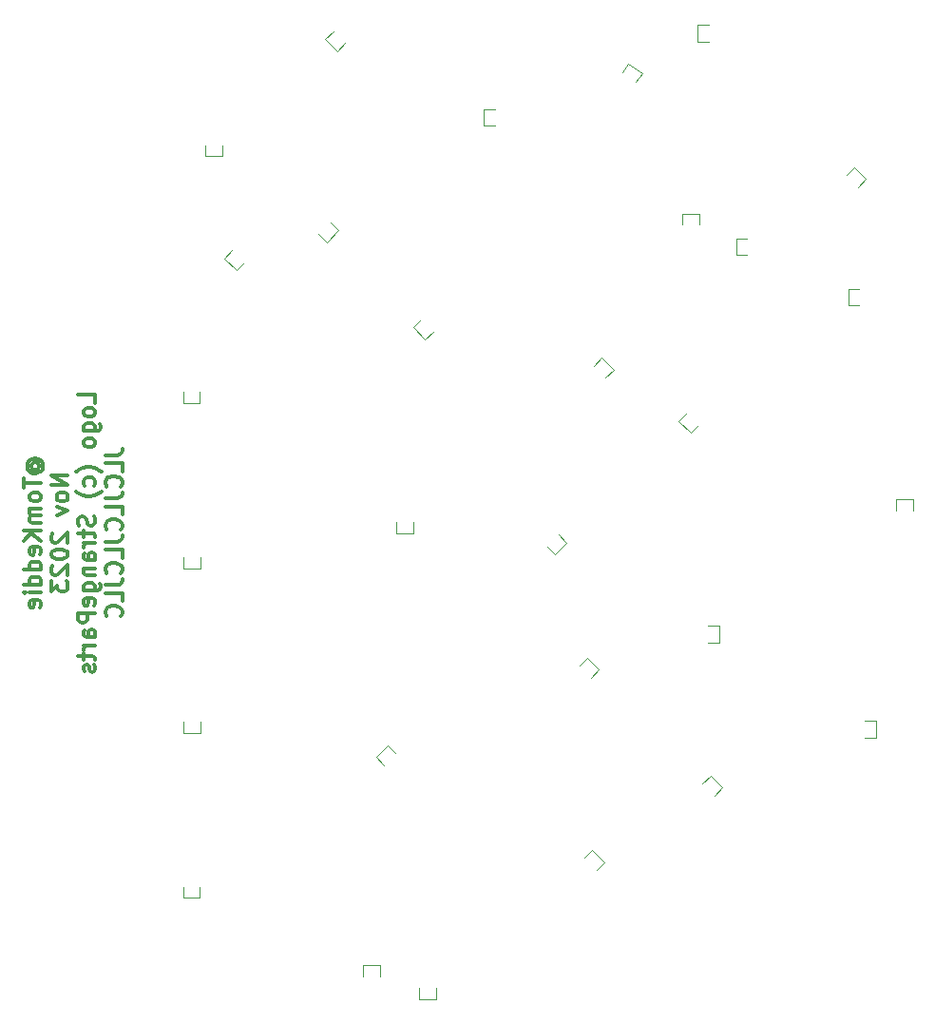
<source format=gbo>
G04 #@! TF.GenerationSoftware,KiCad,Pcbnew,7.0.9-unknown-1000.20231106gitacd7d5a.fc37*
G04 #@! TF.CreationDate,2023-11-18T18:08:37-08:00*
G04 #@! TF.ProjectId,strange-parts-sao,73747261-6e67-4652-9d70-617274732d73,rev?*
G04 #@! TF.SameCoordinates,Original*
G04 #@! TF.FileFunction,Legend,Bot*
G04 #@! TF.FilePolarity,Positive*
%FSLAX46Y46*%
G04 Gerber Fmt 4.6, Leading zero omitted, Abs format (unit mm)*
G04 Created by KiCad (PCBNEW 7.0.9-unknown-1000.20231106gitacd7d5a.fc37) date 2023-11-18 18:08:37*
%MOMM*%
%LPD*%
G01*
G04 APERTURE LIST*
%ADD10C,0.300000*%
%ADD11C,0.100000*%
G04 APERTURE END LIST*
D10*
X55841542Y-94321429D02*
X55770114Y-94250000D01*
X55770114Y-94250000D02*
X55698685Y-94107143D01*
X55698685Y-94107143D02*
X55698685Y-93964286D01*
X55698685Y-93964286D02*
X55770114Y-93821429D01*
X55770114Y-93821429D02*
X55841542Y-93750000D01*
X55841542Y-93750000D02*
X55984400Y-93678572D01*
X55984400Y-93678572D02*
X56127257Y-93678572D01*
X56127257Y-93678572D02*
X56270114Y-93750000D01*
X56270114Y-93750000D02*
X56341542Y-93821429D01*
X56341542Y-93821429D02*
X56412971Y-93964286D01*
X56412971Y-93964286D02*
X56412971Y-94107143D01*
X56412971Y-94107143D02*
X56341542Y-94250000D01*
X56341542Y-94250000D02*
X56270114Y-94321429D01*
X55698685Y-94321429D02*
X56270114Y-94321429D01*
X56270114Y-94321429D02*
X56341542Y-94392857D01*
X56341542Y-94392857D02*
X56341542Y-94464286D01*
X56341542Y-94464286D02*
X56270114Y-94607143D01*
X56270114Y-94607143D02*
X56127257Y-94678572D01*
X56127257Y-94678572D02*
X55770114Y-94678572D01*
X55770114Y-94678572D02*
X55555828Y-94535715D01*
X55555828Y-94535715D02*
X55412971Y-94321429D01*
X55412971Y-94321429D02*
X55341542Y-94035715D01*
X55341542Y-94035715D02*
X55412971Y-93750000D01*
X55412971Y-93750000D02*
X55555828Y-93535715D01*
X55555828Y-93535715D02*
X55770114Y-93392857D01*
X55770114Y-93392857D02*
X56055828Y-93321429D01*
X56055828Y-93321429D02*
X56341542Y-93392857D01*
X56341542Y-93392857D02*
X56555828Y-93535715D01*
X56555828Y-93535715D02*
X56698685Y-93750000D01*
X56698685Y-93750000D02*
X56770114Y-94035715D01*
X56770114Y-94035715D02*
X56698685Y-94321429D01*
X56698685Y-94321429D02*
X56555828Y-94535715D01*
X55055828Y-95107143D02*
X55055828Y-95964286D01*
X56555828Y-95535714D02*
X55055828Y-95535714D01*
X56555828Y-96678571D02*
X56484400Y-96535714D01*
X56484400Y-96535714D02*
X56412971Y-96464285D01*
X56412971Y-96464285D02*
X56270114Y-96392857D01*
X56270114Y-96392857D02*
X55841542Y-96392857D01*
X55841542Y-96392857D02*
X55698685Y-96464285D01*
X55698685Y-96464285D02*
X55627257Y-96535714D01*
X55627257Y-96535714D02*
X55555828Y-96678571D01*
X55555828Y-96678571D02*
X55555828Y-96892857D01*
X55555828Y-96892857D02*
X55627257Y-97035714D01*
X55627257Y-97035714D02*
X55698685Y-97107143D01*
X55698685Y-97107143D02*
X55841542Y-97178571D01*
X55841542Y-97178571D02*
X56270114Y-97178571D01*
X56270114Y-97178571D02*
X56412971Y-97107143D01*
X56412971Y-97107143D02*
X56484400Y-97035714D01*
X56484400Y-97035714D02*
X56555828Y-96892857D01*
X56555828Y-96892857D02*
X56555828Y-96678571D01*
X56555828Y-97821428D02*
X55555828Y-97821428D01*
X55698685Y-97821428D02*
X55627257Y-97892857D01*
X55627257Y-97892857D02*
X55555828Y-98035714D01*
X55555828Y-98035714D02*
X55555828Y-98250000D01*
X55555828Y-98250000D02*
X55627257Y-98392857D01*
X55627257Y-98392857D02*
X55770114Y-98464286D01*
X55770114Y-98464286D02*
X56555828Y-98464286D01*
X55770114Y-98464286D02*
X55627257Y-98535714D01*
X55627257Y-98535714D02*
X55555828Y-98678571D01*
X55555828Y-98678571D02*
X55555828Y-98892857D01*
X55555828Y-98892857D02*
X55627257Y-99035714D01*
X55627257Y-99035714D02*
X55770114Y-99107143D01*
X55770114Y-99107143D02*
X56555828Y-99107143D01*
X56555828Y-99821428D02*
X55055828Y-99821428D01*
X56555828Y-100678571D02*
X55698685Y-100035714D01*
X55055828Y-100678571D02*
X55912971Y-99821428D01*
X56484400Y-101892857D02*
X56555828Y-101750000D01*
X56555828Y-101750000D02*
X56555828Y-101464286D01*
X56555828Y-101464286D02*
X56484400Y-101321428D01*
X56484400Y-101321428D02*
X56341542Y-101250000D01*
X56341542Y-101250000D02*
X55770114Y-101250000D01*
X55770114Y-101250000D02*
X55627257Y-101321428D01*
X55627257Y-101321428D02*
X55555828Y-101464286D01*
X55555828Y-101464286D02*
X55555828Y-101750000D01*
X55555828Y-101750000D02*
X55627257Y-101892857D01*
X55627257Y-101892857D02*
X55770114Y-101964286D01*
X55770114Y-101964286D02*
X55912971Y-101964286D01*
X55912971Y-101964286D02*
X56055828Y-101250000D01*
X56555828Y-103250000D02*
X55055828Y-103250000D01*
X56484400Y-103250000D02*
X56555828Y-103107142D01*
X56555828Y-103107142D02*
X56555828Y-102821428D01*
X56555828Y-102821428D02*
X56484400Y-102678571D01*
X56484400Y-102678571D02*
X56412971Y-102607142D01*
X56412971Y-102607142D02*
X56270114Y-102535714D01*
X56270114Y-102535714D02*
X55841542Y-102535714D01*
X55841542Y-102535714D02*
X55698685Y-102607142D01*
X55698685Y-102607142D02*
X55627257Y-102678571D01*
X55627257Y-102678571D02*
X55555828Y-102821428D01*
X55555828Y-102821428D02*
X55555828Y-103107142D01*
X55555828Y-103107142D02*
X55627257Y-103250000D01*
X56555828Y-104607143D02*
X55055828Y-104607143D01*
X56484400Y-104607143D02*
X56555828Y-104464285D01*
X56555828Y-104464285D02*
X56555828Y-104178571D01*
X56555828Y-104178571D02*
X56484400Y-104035714D01*
X56484400Y-104035714D02*
X56412971Y-103964285D01*
X56412971Y-103964285D02*
X56270114Y-103892857D01*
X56270114Y-103892857D02*
X55841542Y-103892857D01*
X55841542Y-103892857D02*
X55698685Y-103964285D01*
X55698685Y-103964285D02*
X55627257Y-104035714D01*
X55627257Y-104035714D02*
X55555828Y-104178571D01*
X55555828Y-104178571D02*
X55555828Y-104464285D01*
X55555828Y-104464285D02*
X55627257Y-104607143D01*
X56555828Y-105321428D02*
X55555828Y-105321428D01*
X55055828Y-105321428D02*
X55127257Y-105250000D01*
X55127257Y-105250000D02*
X55198685Y-105321428D01*
X55198685Y-105321428D02*
X55127257Y-105392857D01*
X55127257Y-105392857D02*
X55055828Y-105321428D01*
X55055828Y-105321428D02*
X55198685Y-105321428D01*
X56484400Y-106607143D02*
X56555828Y-106464286D01*
X56555828Y-106464286D02*
X56555828Y-106178572D01*
X56555828Y-106178572D02*
X56484400Y-106035714D01*
X56484400Y-106035714D02*
X56341542Y-105964286D01*
X56341542Y-105964286D02*
X55770114Y-105964286D01*
X55770114Y-105964286D02*
X55627257Y-106035714D01*
X55627257Y-106035714D02*
X55555828Y-106178572D01*
X55555828Y-106178572D02*
X55555828Y-106464286D01*
X55555828Y-106464286D02*
X55627257Y-106607143D01*
X55627257Y-106607143D02*
X55770114Y-106678572D01*
X55770114Y-106678572D02*
X55912971Y-106678572D01*
X55912971Y-106678572D02*
X56055828Y-105964286D01*
X58970828Y-94892857D02*
X57470828Y-94892857D01*
X57470828Y-94892857D02*
X58970828Y-95750000D01*
X58970828Y-95750000D02*
X57470828Y-95750000D01*
X58970828Y-96678572D02*
X58899400Y-96535715D01*
X58899400Y-96535715D02*
X58827971Y-96464286D01*
X58827971Y-96464286D02*
X58685114Y-96392858D01*
X58685114Y-96392858D02*
X58256542Y-96392858D01*
X58256542Y-96392858D02*
X58113685Y-96464286D01*
X58113685Y-96464286D02*
X58042257Y-96535715D01*
X58042257Y-96535715D02*
X57970828Y-96678572D01*
X57970828Y-96678572D02*
X57970828Y-96892858D01*
X57970828Y-96892858D02*
X58042257Y-97035715D01*
X58042257Y-97035715D02*
X58113685Y-97107144D01*
X58113685Y-97107144D02*
X58256542Y-97178572D01*
X58256542Y-97178572D02*
X58685114Y-97178572D01*
X58685114Y-97178572D02*
X58827971Y-97107144D01*
X58827971Y-97107144D02*
X58899400Y-97035715D01*
X58899400Y-97035715D02*
X58970828Y-96892858D01*
X58970828Y-96892858D02*
X58970828Y-96678572D01*
X57970828Y-97678572D02*
X58970828Y-98035715D01*
X58970828Y-98035715D02*
X57970828Y-98392858D01*
X57613685Y-100035715D02*
X57542257Y-100107143D01*
X57542257Y-100107143D02*
X57470828Y-100250001D01*
X57470828Y-100250001D02*
X57470828Y-100607143D01*
X57470828Y-100607143D02*
X57542257Y-100750001D01*
X57542257Y-100750001D02*
X57613685Y-100821429D01*
X57613685Y-100821429D02*
X57756542Y-100892858D01*
X57756542Y-100892858D02*
X57899400Y-100892858D01*
X57899400Y-100892858D02*
X58113685Y-100821429D01*
X58113685Y-100821429D02*
X58970828Y-99964286D01*
X58970828Y-99964286D02*
X58970828Y-100892858D01*
X57470828Y-101821429D02*
X57470828Y-101964286D01*
X57470828Y-101964286D02*
X57542257Y-102107143D01*
X57542257Y-102107143D02*
X57613685Y-102178572D01*
X57613685Y-102178572D02*
X57756542Y-102250000D01*
X57756542Y-102250000D02*
X58042257Y-102321429D01*
X58042257Y-102321429D02*
X58399400Y-102321429D01*
X58399400Y-102321429D02*
X58685114Y-102250000D01*
X58685114Y-102250000D02*
X58827971Y-102178572D01*
X58827971Y-102178572D02*
X58899400Y-102107143D01*
X58899400Y-102107143D02*
X58970828Y-101964286D01*
X58970828Y-101964286D02*
X58970828Y-101821429D01*
X58970828Y-101821429D02*
X58899400Y-101678572D01*
X58899400Y-101678572D02*
X58827971Y-101607143D01*
X58827971Y-101607143D02*
X58685114Y-101535714D01*
X58685114Y-101535714D02*
X58399400Y-101464286D01*
X58399400Y-101464286D02*
X58042257Y-101464286D01*
X58042257Y-101464286D02*
X57756542Y-101535714D01*
X57756542Y-101535714D02*
X57613685Y-101607143D01*
X57613685Y-101607143D02*
X57542257Y-101678572D01*
X57542257Y-101678572D02*
X57470828Y-101821429D01*
X57613685Y-102892857D02*
X57542257Y-102964285D01*
X57542257Y-102964285D02*
X57470828Y-103107143D01*
X57470828Y-103107143D02*
X57470828Y-103464285D01*
X57470828Y-103464285D02*
X57542257Y-103607143D01*
X57542257Y-103607143D02*
X57613685Y-103678571D01*
X57613685Y-103678571D02*
X57756542Y-103750000D01*
X57756542Y-103750000D02*
X57899400Y-103750000D01*
X57899400Y-103750000D02*
X58113685Y-103678571D01*
X58113685Y-103678571D02*
X58970828Y-102821428D01*
X58970828Y-102821428D02*
X58970828Y-103750000D01*
X57470828Y-104249999D02*
X57470828Y-105178571D01*
X57470828Y-105178571D02*
X58042257Y-104678571D01*
X58042257Y-104678571D02*
X58042257Y-104892856D01*
X58042257Y-104892856D02*
X58113685Y-105035714D01*
X58113685Y-105035714D02*
X58185114Y-105107142D01*
X58185114Y-105107142D02*
X58327971Y-105178571D01*
X58327971Y-105178571D02*
X58685114Y-105178571D01*
X58685114Y-105178571D02*
X58827971Y-105107142D01*
X58827971Y-105107142D02*
X58899400Y-105035714D01*
X58899400Y-105035714D02*
X58970828Y-104892856D01*
X58970828Y-104892856D02*
X58970828Y-104464285D01*
X58970828Y-104464285D02*
X58899400Y-104321428D01*
X58899400Y-104321428D02*
X58827971Y-104249999D01*
X61385828Y-88428571D02*
X61385828Y-87714285D01*
X61385828Y-87714285D02*
X59885828Y-87714285D01*
X61385828Y-89142857D02*
X61314400Y-89000000D01*
X61314400Y-89000000D02*
X61242971Y-88928571D01*
X61242971Y-88928571D02*
X61100114Y-88857143D01*
X61100114Y-88857143D02*
X60671542Y-88857143D01*
X60671542Y-88857143D02*
X60528685Y-88928571D01*
X60528685Y-88928571D02*
X60457257Y-89000000D01*
X60457257Y-89000000D02*
X60385828Y-89142857D01*
X60385828Y-89142857D02*
X60385828Y-89357143D01*
X60385828Y-89357143D02*
X60457257Y-89500000D01*
X60457257Y-89500000D02*
X60528685Y-89571429D01*
X60528685Y-89571429D02*
X60671542Y-89642857D01*
X60671542Y-89642857D02*
X61100114Y-89642857D01*
X61100114Y-89642857D02*
X61242971Y-89571429D01*
X61242971Y-89571429D02*
X61314400Y-89500000D01*
X61314400Y-89500000D02*
X61385828Y-89357143D01*
X61385828Y-89357143D02*
X61385828Y-89142857D01*
X60385828Y-90928572D02*
X61600114Y-90928572D01*
X61600114Y-90928572D02*
X61742971Y-90857143D01*
X61742971Y-90857143D02*
X61814400Y-90785714D01*
X61814400Y-90785714D02*
X61885828Y-90642857D01*
X61885828Y-90642857D02*
X61885828Y-90428572D01*
X61885828Y-90428572D02*
X61814400Y-90285714D01*
X61314400Y-90928572D02*
X61385828Y-90785714D01*
X61385828Y-90785714D02*
X61385828Y-90500000D01*
X61385828Y-90500000D02*
X61314400Y-90357143D01*
X61314400Y-90357143D02*
X61242971Y-90285714D01*
X61242971Y-90285714D02*
X61100114Y-90214286D01*
X61100114Y-90214286D02*
X60671542Y-90214286D01*
X60671542Y-90214286D02*
X60528685Y-90285714D01*
X60528685Y-90285714D02*
X60457257Y-90357143D01*
X60457257Y-90357143D02*
X60385828Y-90500000D01*
X60385828Y-90500000D02*
X60385828Y-90785714D01*
X60385828Y-90785714D02*
X60457257Y-90928572D01*
X61385828Y-91857143D02*
X61314400Y-91714286D01*
X61314400Y-91714286D02*
X61242971Y-91642857D01*
X61242971Y-91642857D02*
X61100114Y-91571429D01*
X61100114Y-91571429D02*
X60671542Y-91571429D01*
X60671542Y-91571429D02*
X60528685Y-91642857D01*
X60528685Y-91642857D02*
X60457257Y-91714286D01*
X60457257Y-91714286D02*
X60385828Y-91857143D01*
X60385828Y-91857143D02*
X60385828Y-92071429D01*
X60385828Y-92071429D02*
X60457257Y-92214286D01*
X60457257Y-92214286D02*
X60528685Y-92285715D01*
X60528685Y-92285715D02*
X60671542Y-92357143D01*
X60671542Y-92357143D02*
X61100114Y-92357143D01*
X61100114Y-92357143D02*
X61242971Y-92285715D01*
X61242971Y-92285715D02*
X61314400Y-92214286D01*
X61314400Y-92214286D02*
X61385828Y-92071429D01*
X61385828Y-92071429D02*
X61385828Y-91857143D01*
X61957257Y-94571429D02*
X61885828Y-94500000D01*
X61885828Y-94500000D02*
X61671542Y-94357143D01*
X61671542Y-94357143D02*
X61528685Y-94285715D01*
X61528685Y-94285715D02*
X61314400Y-94214286D01*
X61314400Y-94214286D02*
X60957257Y-94142857D01*
X60957257Y-94142857D02*
X60671542Y-94142857D01*
X60671542Y-94142857D02*
X60314400Y-94214286D01*
X60314400Y-94214286D02*
X60100114Y-94285715D01*
X60100114Y-94285715D02*
X59957257Y-94357143D01*
X59957257Y-94357143D02*
X59742971Y-94500000D01*
X59742971Y-94500000D02*
X59671542Y-94571429D01*
X61314400Y-95785715D02*
X61385828Y-95642857D01*
X61385828Y-95642857D02*
X61385828Y-95357143D01*
X61385828Y-95357143D02*
X61314400Y-95214286D01*
X61314400Y-95214286D02*
X61242971Y-95142857D01*
X61242971Y-95142857D02*
X61100114Y-95071429D01*
X61100114Y-95071429D02*
X60671542Y-95071429D01*
X60671542Y-95071429D02*
X60528685Y-95142857D01*
X60528685Y-95142857D02*
X60457257Y-95214286D01*
X60457257Y-95214286D02*
X60385828Y-95357143D01*
X60385828Y-95357143D02*
X60385828Y-95642857D01*
X60385828Y-95642857D02*
X60457257Y-95785715D01*
X61957257Y-96285714D02*
X61885828Y-96357143D01*
X61885828Y-96357143D02*
X61671542Y-96500000D01*
X61671542Y-96500000D02*
X61528685Y-96571429D01*
X61528685Y-96571429D02*
X61314400Y-96642857D01*
X61314400Y-96642857D02*
X60957257Y-96714286D01*
X60957257Y-96714286D02*
X60671542Y-96714286D01*
X60671542Y-96714286D02*
X60314400Y-96642857D01*
X60314400Y-96642857D02*
X60100114Y-96571429D01*
X60100114Y-96571429D02*
X59957257Y-96500000D01*
X59957257Y-96500000D02*
X59742971Y-96357143D01*
X59742971Y-96357143D02*
X59671542Y-96285714D01*
X61314400Y-98500000D02*
X61385828Y-98714286D01*
X61385828Y-98714286D02*
X61385828Y-99071428D01*
X61385828Y-99071428D02*
X61314400Y-99214286D01*
X61314400Y-99214286D02*
X61242971Y-99285714D01*
X61242971Y-99285714D02*
X61100114Y-99357143D01*
X61100114Y-99357143D02*
X60957257Y-99357143D01*
X60957257Y-99357143D02*
X60814400Y-99285714D01*
X60814400Y-99285714D02*
X60742971Y-99214286D01*
X60742971Y-99214286D02*
X60671542Y-99071428D01*
X60671542Y-99071428D02*
X60600114Y-98785714D01*
X60600114Y-98785714D02*
X60528685Y-98642857D01*
X60528685Y-98642857D02*
X60457257Y-98571428D01*
X60457257Y-98571428D02*
X60314400Y-98500000D01*
X60314400Y-98500000D02*
X60171542Y-98500000D01*
X60171542Y-98500000D02*
X60028685Y-98571428D01*
X60028685Y-98571428D02*
X59957257Y-98642857D01*
X59957257Y-98642857D02*
X59885828Y-98785714D01*
X59885828Y-98785714D02*
X59885828Y-99142857D01*
X59885828Y-99142857D02*
X59957257Y-99357143D01*
X60385828Y-99785714D02*
X60385828Y-100357142D01*
X59885828Y-99999999D02*
X61171542Y-99999999D01*
X61171542Y-99999999D02*
X61314400Y-100071428D01*
X61314400Y-100071428D02*
X61385828Y-100214285D01*
X61385828Y-100214285D02*
X61385828Y-100357142D01*
X61385828Y-100857142D02*
X60385828Y-100857142D01*
X60671542Y-100857142D02*
X60528685Y-100928571D01*
X60528685Y-100928571D02*
X60457257Y-101000000D01*
X60457257Y-101000000D02*
X60385828Y-101142857D01*
X60385828Y-101142857D02*
X60385828Y-101285714D01*
X61385828Y-102428571D02*
X60600114Y-102428571D01*
X60600114Y-102428571D02*
X60457257Y-102357142D01*
X60457257Y-102357142D02*
X60385828Y-102214285D01*
X60385828Y-102214285D02*
X60385828Y-101928571D01*
X60385828Y-101928571D02*
X60457257Y-101785713D01*
X61314400Y-102428571D02*
X61385828Y-102285713D01*
X61385828Y-102285713D02*
X61385828Y-101928571D01*
X61385828Y-101928571D02*
X61314400Y-101785713D01*
X61314400Y-101785713D02*
X61171542Y-101714285D01*
X61171542Y-101714285D02*
X61028685Y-101714285D01*
X61028685Y-101714285D02*
X60885828Y-101785713D01*
X60885828Y-101785713D02*
X60814400Y-101928571D01*
X60814400Y-101928571D02*
X60814400Y-102285713D01*
X60814400Y-102285713D02*
X60742971Y-102428571D01*
X60385828Y-103142856D02*
X61385828Y-103142856D01*
X60528685Y-103142856D02*
X60457257Y-103214285D01*
X60457257Y-103214285D02*
X60385828Y-103357142D01*
X60385828Y-103357142D02*
X60385828Y-103571428D01*
X60385828Y-103571428D02*
X60457257Y-103714285D01*
X60457257Y-103714285D02*
X60600114Y-103785714D01*
X60600114Y-103785714D02*
X61385828Y-103785714D01*
X60385828Y-105142857D02*
X61600114Y-105142857D01*
X61600114Y-105142857D02*
X61742971Y-105071428D01*
X61742971Y-105071428D02*
X61814400Y-104999999D01*
X61814400Y-104999999D02*
X61885828Y-104857142D01*
X61885828Y-104857142D02*
X61885828Y-104642857D01*
X61885828Y-104642857D02*
X61814400Y-104499999D01*
X61314400Y-105142857D02*
X61385828Y-104999999D01*
X61385828Y-104999999D02*
X61385828Y-104714285D01*
X61385828Y-104714285D02*
X61314400Y-104571428D01*
X61314400Y-104571428D02*
X61242971Y-104499999D01*
X61242971Y-104499999D02*
X61100114Y-104428571D01*
X61100114Y-104428571D02*
X60671542Y-104428571D01*
X60671542Y-104428571D02*
X60528685Y-104499999D01*
X60528685Y-104499999D02*
X60457257Y-104571428D01*
X60457257Y-104571428D02*
X60385828Y-104714285D01*
X60385828Y-104714285D02*
X60385828Y-104999999D01*
X60385828Y-104999999D02*
X60457257Y-105142857D01*
X61314400Y-106428571D02*
X61385828Y-106285714D01*
X61385828Y-106285714D02*
X61385828Y-106000000D01*
X61385828Y-106000000D02*
X61314400Y-105857142D01*
X61314400Y-105857142D02*
X61171542Y-105785714D01*
X61171542Y-105785714D02*
X60600114Y-105785714D01*
X60600114Y-105785714D02*
X60457257Y-105857142D01*
X60457257Y-105857142D02*
X60385828Y-106000000D01*
X60385828Y-106000000D02*
X60385828Y-106285714D01*
X60385828Y-106285714D02*
X60457257Y-106428571D01*
X60457257Y-106428571D02*
X60600114Y-106500000D01*
X60600114Y-106500000D02*
X60742971Y-106500000D01*
X60742971Y-106500000D02*
X60885828Y-105785714D01*
X61385828Y-107142856D02*
X59885828Y-107142856D01*
X59885828Y-107142856D02*
X59885828Y-107714285D01*
X59885828Y-107714285D02*
X59957257Y-107857142D01*
X59957257Y-107857142D02*
X60028685Y-107928571D01*
X60028685Y-107928571D02*
X60171542Y-107999999D01*
X60171542Y-107999999D02*
X60385828Y-107999999D01*
X60385828Y-107999999D02*
X60528685Y-107928571D01*
X60528685Y-107928571D02*
X60600114Y-107857142D01*
X60600114Y-107857142D02*
X60671542Y-107714285D01*
X60671542Y-107714285D02*
X60671542Y-107142856D01*
X61385828Y-109285714D02*
X60600114Y-109285714D01*
X60600114Y-109285714D02*
X60457257Y-109214285D01*
X60457257Y-109214285D02*
X60385828Y-109071428D01*
X60385828Y-109071428D02*
X60385828Y-108785714D01*
X60385828Y-108785714D02*
X60457257Y-108642856D01*
X61314400Y-109285714D02*
X61385828Y-109142856D01*
X61385828Y-109142856D02*
X61385828Y-108785714D01*
X61385828Y-108785714D02*
X61314400Y-108642856D01*
X61314400Y-108642856D02*
X61171542Y-108571428D01*
X61171542Y-108571428D02*
X61028685Y-108571428D01*
X61028685Y-108571428D02*
X60885828Y-108642856D01*
X60885828Y-108642856D02*
X60814400Y-108785714D01*
X60814400Y-108785714D02*
X60814400Y-109142856D01*
X60814400Y-109142856D02*
X60742971Y-109285714D01*
X61385828Y-109999999D02*
X60385828Y-109999999D01*
X60671542Y-109999999D02*
X60528685Y-110071428D01*
X60528685Y-110071428D02*
X60457257Y-110142857D01*
X60457257Y-110142857D02*
X60385828Y-110285714D01*
X60385828Y-110285714D02*
X60385828Y-110428571D01*
X60385828Y-110714285D02*
X60385828Y-111285713D01*
X59885828Y-110928570D02*
X61171542Y-110928570D01*
X61171542Y-110928570D02*
X61314400Y-110999999D01*
X61314400Y-110999999D02*
X61385828Y-111142856D01*
X61385828Y-111142856D02*
X61385828Y-111285713D01*
X61314400Y-111714285D02*
X61385828Y-111857142D01*
X61385828Y-111857142D02*
X61385828Y-112142856D01*
X61385828Y-112142856D02*
X61314400Y-112285713D01*
X61314400Y-112285713D02*
X61171542Y-112357142D01*
X61171542Y-112357142D02*
X61100114Y-112357142D01*
X61100114Y-112357142D02*
X60957257Y-112285713D01*
X60957257Y-112285713D02*
X60885828Y-112142856D01*
X60885828Y-112142856D02*
X60885828Y-111928571D01*
X60885828Y-111928571D02*
X60814400Y-111785713D01*
X60814400Y-111785713D02*
X60671542Y-111714285D01*
X60671542Y-111714285D02*
X60600114Y-111714285D01*
X60600114Y-111714285D02*
X60457257Y-111785713D01*
X60457257Y-111785713D02*
X60385828Y-111928571D01*
X60385828Y-111928571D02*
X60385828Y-112142856D01*
X60385828Y-112142856D02*
X60457257Y-112285713D01*
X62300828Y-93071428D02*
X63372257Y-93071428D01*
X63372257Y-93071428D02*
X63586542Y-92999999D01*
X63586542Y-92999999D02*
X63729400Y-92857142D01*
X63729400Y-92857142D02*
X63800828Y-92642856D01*
X63800828Y-92642856D02*
X63800828Y-92499999D01*
X63800828Y-94499999D02*
X63800828Y-93785713D01*
X63800828Y-93785713D02*
X62300828Y-93785713D01*
X63657971Y-95857142D02*
X63729400Y-95785714D01*
X63729400Y-95785714D02*
X63800828Y-95571428D01*
X63800828Y-95571428D02*
X63800828Y-95428571D01*
X63800828Y-95428571D02*
X63729400Y-95214285D01*
X63729400Y-95214285D02*
X63586542Y-95071428D01*
X63586542Y-95071428D02*
X63443685Y-94999999D01*
X63443685Y-94999999D02*
X63157971Y-94928571D01*
X63157971Y-94928571D02*
X62943685Y-94928571D01*
X62943685Y-94928571D02*
X62657971Y-94999999D01*
X62657971Y-94999999D02*
X62515114Y-95071428D01*
X62515114Y-95071428D02*
X62372257Y-95214285D01*
X62372257Y-95214285D02*
X62300828Y-95428571D01*
X62300828Y-95428571D02*
X62300828Y-95571428D01*
X62300828Y-95571428D02*
X62372257Y-95785714D01*
X62372257Y-95785714D02*
X62443685Y-95857142D01*
X62300828Y-96928571D02*
X63372257Y-96928571D01*
X63372257Y-96928571D02*
X63586542Y-96857142D01*
X63586542Y-96857142D02*
X63729400Y-96714285D01*
X63729400Y-96714285D02*
X63800828Y-96499999D01*
X63800828Y-96499999D02*
X63800828Y-96357142D01*
X63800828Y-98357142D02*
X63800828Y-97642856D01*
X63800828Y-97642856D02*
X62300828Y-97642856D01*
X63657971Y-99714285D02*
X63729400Y-99642857D01*
X63729400Y-99642857D02*
X63800828Y-99428571D01*
X63800828Y-99428571D02*
X63800828Y-99285714D01*
X63800828Y-99285714D02*
X63729400Y-99071428D01*
X63729400Y-99071428D02*
X63586542Y-98928571D01*
X63586542Y-98928571D02*
X63443685Y-98857142D01*
X63443685Y-98857142D02*
X63157971Y-98785714D01*
X63157971Y-98785714D02*
X62943685Y-98785714D01*
X62943685Y-98785714D02*
X62657971Y-98857142D01*
X62657971Y-98857142D02*
X62515114Y-98928571D01*
X62515114Y-98928571D02*
X62372257Y-99071428D01*
X62372257Y-99071428D02*
X62300828Y-99285714D01*
X62300828Y-99285714D02*
X62300828Y-99428571D01*
X62300828Y-99428571D02*
X62372257Y-99642857D01*
X62372257Y-99642857D02*
X62443685Y-99714285D01*
X62300828Y-100785714D02*
X63372257Y-100785714D01*
X63372257Y-100785714D02*
X63586542Y-100714285D01*
X63586542Y-100714285D02*
X63729400Y-100571428D01*
X63729400Y-100571428D02*
X63800828Y-100357142D01*
X63800828Y-100357142D02*
X63800828Y-100214285D01*
X63800828Y-102214285D02*
X63800828Y-101499999D01*
X63800828Y-101499999D02*
X62300828Y-101499999D01*
X63657971Y-103571428D02*
X63729400Y-103500000D01*
X63729400Y-103500000D02*
X63800828Y-103285714D01*
X63800828Y-103285714D02*
X63800828Y-103142857D01*
X63800828Y-103142857D02*
X63729400Y-102928571D01*
X63729400Y-102928571D02*
X63586542Y-102785714D01*
X63586542Y-102785714D02*
X63443685Y-102714285D01*
X63443685Y-102714285D02*
X63157971Y-102642857D01*
X63157971Y-102642857D02*
X62943685Y-102642857D01*
X62943685Y-102642857D02*
X62657971Y-102714285D01*
X62657971Y-102714285D02*
X62515114Y-102785714D01*
X62515114Y-102785714D02*
X62372257Y-102928571D01*
X62372257Y-102928571D02*
X62300828Y-103142857D01*
X62300828Y-103142857D02*
X62300828Y-103285714D01*
X62300828Y-103285714D02*
X62372257Y-103500000D01*
X62372257Y-103500000D02*
X62443685Y-103571428D01*
X62300828Y-104642857D02*
X63372257Y-104642857D01*
X63372257Y-104642857D02*
X63586542Y-104571428D01*
X63586542Y-104571428D02*
X63729400Y-104428571D01*
X63729400Y-104428571D02*
X63800828Y-104214285D01*
X63800828Y-104214285D02*
X63800828Y-104071428D01*
X63800828Y-106071428D02*
X63800828Y-105357142D01*
X63800828Y-105357142D02*
X62300828Y-105357142D01*
X63657971Y-107428571D02*
X63729400Y-107357143D01*
X63729400Y-107357143D02*
X63800828Y-107142857D01*
X63800828Y-107142857D02*
X63800828Y-107000000D01*
X63800828Y-107000000D02*
X63729400Y-106785714D01*
X63729400Y-106785714D02*
X63586542Y-106642857D01*
X63586542Y-106642857D02*
X63443685Y-106571428D01*
X63443685Y-106571428D02*
X63157971Y-106500000D01*
X63157971Y-106500000D02*
X62943685Y-106500000D01*
X62943685Y-106500000D02*
X62657971Y-106571428D01*
X62657971Y-106571428D02*
X62515114Y-106642857D01*
X62515114Y-106642857D02*
X62372257Y-106785714D01*
X62372257Y-106785714D02*
X62300828Y-107000000D01*
X62300828Y-107000000D02*
X62300828Y-107142857D01*
X62300828Y-107142857D02*
X62372257Y-107357143D01*
X62372257Y-107357143D02*
X62443685Y-107428571D01*
D11*
G04 #@! TO.C,D10*
X134250000Y-98000000D02*
X134250000Y-97000000D01*
X134250000Y-97000000D02*
X132750000Y-97000000D01*
X132750000Y-97000000D02*
X132750000Y-98000000D01*
G04 #@! TO.C,D1*
X90250000Y-140500000D02*
X90250000Y-141500000D01*
X90250000Y-141500000D02*
X91750000Y-141500000D01*
X91750000Y-141500000D02*
X91750000Y-140500000D01*
G04 #@! TO.C,D12*
X88250000Y-99000000D02*
X88250000Y-100000000D01*
X88250000Y-100000000D02*
X89750000Y-100000000D01*
X89750000Y-100000000D02*
X89750000Y-99000000D01*
G04 #@! TO.C,D22*
X73616117Y-74823223D02*
X72909010Y-75530330D01*
X72909010Y-75530330D02*
X73969670Y-76590990D01*
X73969670Y-76590990D02*
X74676777Y-75883883D01*
G04 #@! TO.C,D17*
X109572903Y-59848855D02*
X110146480Y-59029703D01*
X110146480Y-59029703D02*
X108917752Y-58169339D01*
X108917752Y-58169339D02*
X108344175Y-58988491D01*
G04 #@! TO.C,D9*
X105590990Y-112883884D02*
X106298097Y-112176777D01*
X106298097Y-112176777D02*
X105237437Y-111116117D01*
X105237437Y-111116117D02*
X104530330Y-111823224D01*
G04 #@! TO.C,D2*
X86750000Y-139500000D02*
X86750000Y-138500000D01*
X86750000Y-138500000D02*
X85250000Y-138500000D01*
X85250000Y-138500000D02*
X85250000Y-139500000D01*
G04 #@! TO.C,D14*
X115250000Y-72550000D02*
X115250000Y-71550000D01*
X115250000Y-71550000D02*
X113750000Y-71550000D01*
X113750000Y-71550000D02*
X113750000Y-72550000D01*
G04 #@! TO.C,D18*
X71250000Y-65449999D02*
X71250000Y-66449999D01*
X71250000Y-66449999D02*
X72750000Y-66449999D01*
X72750000Y-66449999D02*
X72750000Y-65449999D01*
G04 #@! TO.C,D13*
X129383883Y-69176777D02*
X130090990Y-68469670D01*
X130090990Y-68469670D02*
X129030330Y-67409010D01*
X129030330Y-67409010D02*
X128323223Y-68116117D01*
G04 #@! TO.C,D7*
X69220000Y-131500000D02*
X69220000Y-132500000D01*
X69220000Y-132500000D02*
X70720000Y-132500000D01*
X70720000Y-132500000D02*
X70720000Y-131500000D01*
G04 #@! TO.C,D19*
X106883883Y-86176777D02*
X107590990Y-85469670D01*
X107590990Y-85469670D02*
X106530330Y-84409010D01*
X106530330Y-84409010D02*
X105823223Y-85116117D01*
G04 #@! TO.C,D27*
X69250000Y-116816665D02*
X69250000Y-117816665D01*
X69250000Y-117816665D02*
X70750000Y-117816665D01*
X70750000Y-117816665D02*
X70750000Y-116816665D01*
G04 #@! TO.C,D3*
X106055634Y-130005026D02*
X106762741Y-129297919D01*
X106762741Y-129297919D02*
X105702081Y-128237259D01*
X105702081Y-128237259D02*
X104994974Y-128944366D01*
G04 #@! TO.C,D20*
X119500000Y-73750000D02*
X118500000Y-73750000D01*
X118500000Y-73750000D02*
X118500000Y-75250000D01*
X118500000Y-75250000D02*
X119500000Y-75250000D01*
G04 #@! TO.C,D21*
X97000000Y-62250000D02*
X96000000Y-62250000D01*
X96000000Y-62250000D02*
X96000000Y-63750000D01*
X96000000Y-63750000D02*
X97000000Y-63750000D01*
G04 #@! TO.C,D11*
X69235000Y-87449999D02*
X69235000Y-88449999D01*
X69235000Y-88449999D02*
X70735000Y-88449999D01*
X70735000Y-88449999D02*
X70735000Y-87449999D01*
G04 #@! TO.C,D16*
X90444366Y-80994974D02*
X89737259Y-81702081D01*
X89737259Y-81702081D02*
X90797919Y-82762741D01*
X90797919Y-82762741D02*
X91505026Y-82055634D01*
G04 #@! TO.C,D29*
X81323223Y-73383883D02*
X82030330Y-74090990D01*
X82030330Y-74090990D02*
X83090990Y-73030330D01*
X83090990Y-73030330D02*
X82383883Y-72323223D01*
G04 #@! TO.C,D25*
X101651472Y-101212132D02*
X102358579Y-101919239D01*
X102358579Y-101919239D02*
X103419239Y-100858579D01*
X103419239Y-100858579D02*
X102712132Y-100151472D01*
G04 #@! TO.C,D23*
X114116117Y-89323223D02*
X113409010Y-90030330D01*
X113409010Y-90030330D02*
X114469670Y-91090990D01*
X114469670Y-91090990D02*
X115176777Y-90383883D01*
G04 #@! TO.C,D26*
X69250000Y-102133332D02*
X69250000Y-103133332D01*
X69250000Y-103133332D02*
X70750000Y-103133332D01*
X70750000Y-103133332D02*
X70750000Y-102133332D01*
G04 #@! TO.C,D24*
X129500000Y-78250000D02*
X128500000Y-78250000D01*
X128500000Y-78250000D02*
X128500000Y-79750000D01*
X128500000Y-79750000D02*
X129500000Y-79750000D01*
G04 #@! TO.C,D28*
X82616117Y-55323223D02*
X81909010Y-56030330D01*
X81909010Y-56030330D02*
X82969670Y-57090990D01*
X82969670Y-57090990D02*
X83676777Y-56383883D01*
G04 #@! TO.C,D15*
X116050001Y-54750000D02*
X115050001Y-54750000D01*
X115050001Y-54750000D02*
X115050001Y-56250000D01*
X115050001Y-56250000D02*
X116050001Y-56250000D01*
G04 #@! TO.C,D5*
X129950000Y-118250000D02*
X130950000Y-118250000D01*
X130950000Y-118250000D02*
X130950000Y-116750000D01*
X130950000Y-116750000D02*
X129950000Y-116750000D01*
G04 #@! TO.C,D8*
X116000000Y-109750000D02*
X117000000Y-109750000D01*
X117000000Y-109750000D02*
X117000000Y-108250000D01*
X117000000Y-108250000D02*
X116000000Y-108250000D01*
G04 #@! TO.C,D4*
X116590990Y-123383884D02*
X117298097Y-122676777D01*
X117298097Y-122676777D02*
X116237437Y-121616117D01*
X116237437Y-121616117D02*
X115530330Y-122323224D01*
G04 #@! TO.C,D6*
X88176777Y-119616117D02*
X87469670Y-118909010D01*
X87469670Y-118909010D02*
X86409010Y-119969670D01*
X86409010Y-119969670D02*
X87116117Y-120676777D01*
G04 #@! TD*
M02*

</source>
